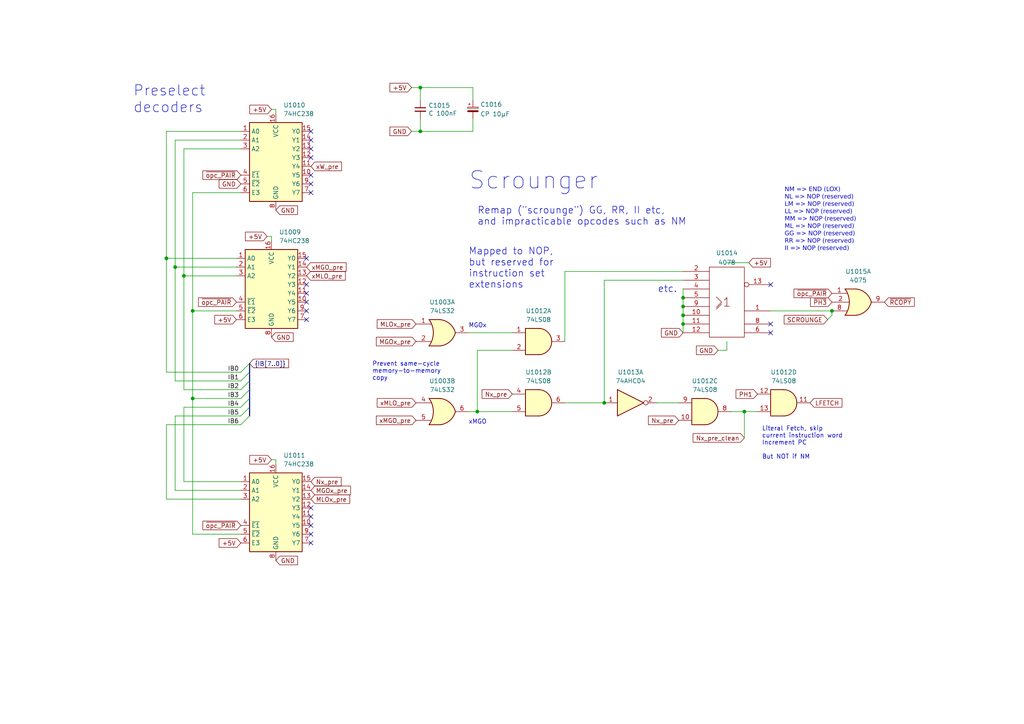
<source format=kicad_sch>
(kicad_sch (version 20231120) (generator "eeschema") (generator_version "8.0")
  (paper "A4")
  (title_block (title "Myth Microcontroller Project") (date "2024-09-21") (rev "1") (company "Picwok.com") (comment 1 "Project Contact: mim@ok-schalter.de (Michael)") (comment 2 "Author: Copyr. 2024 Michael Mangelsdorf/Dosflange@github") (comment 3 "Instruction Decoder Module") (comment 4 "Preselect Logic and Scrounger"))
  (lib_symbols
    (symbol "4xxx:4075" (pin_names (offset 1.016))
      (property "Reference" "U" (at 0 1.27 0))
      (property "Value" "4075" (at 0 -1.27 0))
      (symbol "4075_1_1"
        (arc (start -3.81 -3.81) (mid -2.589 0) (end -3.81 3.81) (stroke (width 0.254)))
        (arc (start -0.6096 -3.81) (mid 2.1842 -2.5851) (end 3.81 0) (stroke (width 0.254)) (fill (type background)))
        (polyline (pts (xy -3.81 -3.81) (xy -0.635 -3.81)) (stroke (width 0.254)) (fill (type background)))
        (polyline (pts (xy -3.81 3.81) (xy -0.635 3.81)) (stroke (width 0.254)) (fill (type background)))
        (polyline (pts (xy -0.635 3.81) (xy -3.81 3.81) (xy -3.81 3.81) (xy -3.556 3.4036) (xy -3.0226 2.2606) (xy -2.6924 1.0414) (xy -2.6162 -0.254) (xy -2.7686 -1.4986) (xy -3.175 -2.7178) (xy -3.81 -3.81) (xy -3.81 -3.81) (xy -0.635 -3.81)) (stroke (width -25.4)) (fill (type background)))
        (arc (start 3.81 0) (mid 2.1915 2.5936) (end -0.6096 3.81) (stroke (width 0.254)) (fill (type background)))
        (pin input line (at -7.62 2.54 0) (length 4.318) (name "~") (number "1"))
        (pin input line (at -7.62 0 0) (length 4.953) (name "~") (number "2"))
        (pin input line (at -7.62 -2.54 0) (length 4.318) (name "~") (number "8"))
        (pin output line (at 7.62 0 180) (length 3.81) (name "~") (number "9"))
      )
      (symbol "4075_1_2"
        (arc (start 0 -3.81) (mid 3.7934 0) (end 0 3.81) (stroke (width 0.254)) (fill (type background)))
        (polyline (pts (xy 0 3.81) (xy -3.81 3.81) (xy -3.81 -3.81) (xy 0 -3.81)) (stroke (width 0.254)) (fill (type background)))
        (pin input inverted (at -7.62 2.54 0) (length 3.81) (name "~") (number "1"))
        (pin input inverted (at -7.62 0 0) (length 3.81) (name "~") (number "2"))
        (pin input inverted (at -7.62 -2.54 0) (length 3.81) (name "~") (number "8"))
        (pin output inverted (at 7.62 0 180) (length 3.81) (name "~") (number "9"))
      )
      (symbol "4075_2_1"
        (arc (start -3.81 -3.81) (mid -2.589 0) (end -3.81 3.81) (stroke (width 0.254)))
        (arc (start -0.6096 -3.81) (mid 2.1842 -2.5851) (end 3.81 0) (stroke (width 0.254)) (fill (type background)))
        (polyline (pts (xy -3.81 -3.81) (xy -0.635 -3.81)) (stroke (width 0.254)) (fill (type background)))
        (polyline (pts (xy -3.81 3.81) (xy -0.635 3.81)) (stroke (width 0.254)) (fill (type background)))
        (polyline (pts (xy -0.635 3.81) (xy -3.81 3.81) (xy -3.81 3.81) (xy -3.556 3.4036) (xy -3.0226 2.2606) (xy -2.6924 1.0414) (xy -2.6162 -0.254) (xy -2.7686 -1.4986) (xy -3.175 -2.7178) (xy -3.81 -3.81) (xy -3.81 -3.81) (xy -0.635 -3.81)) (stroke (width -25.4)) (fill (type background)))
        (arc (start 3.81 0) (mid 2.1915 2.5936) (end -0.6096 3.81) (stroke (width 0.254)) (fill (type background)))
        (pin input line (at -7.62 2.54 0) (length 4.318) (name "~") (number "3"))
        (pin input line (at -7.62 0 0) (length 4.953) (name "~") (number "4"))
        (pin input line (at -7.62 -2.54 0) (length 4.318) (name "~") (number "5"))
        (pin output line (at 7.62 0 180) (length 3.81) (name "~") (number "6"))
      )
      (symbol "4075_2_2"
        (arc (start 0 -3.81) (mid 3.7934 0) (end 0 3.81) (stroke (width 0.254)) (fill (type background)))
        (polyline (pts (xy 0 3.81) (xy -3.81 3.81) (xy -3.81 -3.81) (xy 0 -3.81)) (stroke (width 0.254)) (fill (type background)))
        (pin input inverted (at -7.62 2.54 0) (length 3.81) (name "~") (number "3"))
        (pin input inverted (at -7.62 0 0) (length 3.81) (name "~") (number "4"))
        (pin input inverted (at -7.62 -2.54 0) (length 3.81) (name "~") (number "5"))
        (pin output inverted (at 7.62 0 180) (length 3.81) (name "~") (number "6"))
      )
      (symbol "4075_3_1"
        (arc (start -3.81 -3.81) (mid -2.589 0) (end -3.81 3.81) (stroke (width 0.254)))
        (arc (start -0.6096 -3.81) (mid 2.1842 -2.5851) (end 3.81 0) (stroke (width 0.254)) (fill (type background)))
        (polyline (pts (xy -3.81 -3.81) (xy -0.635 -3.81)) (stroke (width 0.254)) (fill (type background)))
        (polyline (pts (xy -3.81 3.81) (xy -0.635 3.81)) (stroke (width 0.254)) (fill (type background)))
        (polyline (pts (xy -0.635 3.81) (xy -3.81 3.81) (xy -3.81 3.81) (xy -3.556 3.4036) (xy -3.0226 2.2606) (xy -2.6924 1.0414) (xy -2.6162 -0.254) (xy -2.7686 -1.4986) (xy -3.175 -2.7178) (xy -3.81 -3.81) (xy -3.81 -3.81) (xy -0.635 -3.81)) (stroke (width -25.4)) (fill (type background)))
        (arc (start 3.81 0) (mid 2.1915 2.5936) (end -0.6096 3.81) (stroke (width 0.254)) (fill (type background)))
        (pin output line (at 7.62 0 180) (length 3.81) (name "~") (number "10"))
        (pin input line (at -7.62 2.54 0) (length 4.318) (name "~") (number "11"))
        (pin input line (at -7.62 0 0) (length 4.953) (name "~") (number "12"))
        (pin input line (at -7.62 -2.54 0) (length 4.318) (name "~") (number "13"))
      )
      (symbol "4075_3_2"
        (arc (start 0 -3.81) (mid 3.7934 0) (end 0 3.81) (stroke (width 0.254)) (fill (type background)))
        (polyline (pts (xy 0 3.81) (xy -3.81 3.81) (xy -3.81 -3.81) (xy 0 -3.81)) (stroke (width 0.254)) (fill (type background)))
        (pin output inverted (at 7.62 0 180) (length 3.81) (name "~") (number "10"))
        (pin input inverted (at -7.62 2.54 0) (length 3.81) (name "~") (number "11"))
        (pin input inverted (at -7.62 0 0) (length 3.81) (name "~") (number "12"))
        (pin input inverted (at -7.62 -2.54 0) (length 3.81) (name "~") (number "13"))
      )
      (symbol "4075_4_0"
        (pin power_in line (at 0 12.7 270) (length 5.08) (name "VDD") (number "14"))
        (pin power_in line (at 0 -12.7 90) (length 5.08) (name "VSS") (number "7"))
      )
      (symbol "4075_4_1"
        (rectangle (start -5.08 7.62) (end 5.08 -7.62) (stroke (width 0.254)) (fill (type background)))
      )
    )
    (symbol "4xxx_IEEE:4078" (pin_names (offset 0.762))
      (property "Reference" "U" (at 8.89 11.43 0))
      (property "Value" "4078" (at 6.35 -11.43 0))
      (symbol "4078_0_0"
        (rectangle (start -5.08 10.16) (end 5.08 -10.16))
        (polyline (pts (xy -3.048 -2.032) (xy -1.524 -0.508) (xy -1.524 -0.508)))
        (polyline (pts (xy -3.048 1.524) (xy -1.524 0) (xy -3.048 -1.524) (xy -3.048 -1.524)))
        (text "1" (at 0 0 0) (effects (font (size 2.54 2.54))))
        (pin power_in line (at 0 11.43 270) (length 1) hide (name "Vdd") (number "14"))
        (pin power_in line (at 0 -11.43 90) (length 1) hide (name "Vss") (number "7"))
      )
      (symbol "4078_1_1"
        (pin output line (at 12.7 -2.54 180) (length 7.62) (name "~") (number "1"))
        (pin input line (at -12.7 -3.81 0) (length 7.62) (name "~") (number "10"))
        (pin input line (at -12.7 -6.35 0) (length 7.62) (name "~") (number "11"))
        (pin input line (at -12.7 -8.89 0) (length 7.62) (name "~") (number "12"))
        (pin output inverted (at 12.7 5.08 180) (length 7.62) (name "~") (number "13"))
        (pin input line (at -12.7 8.89 0) (length 7.62) (name "~") (number "2"))
        (pin input line (at -12.7 6.35 0) (length 7.62) (name "~") (number "3"))
        (pin input line (at -12.7 3.81 0) (length 7.62) (name "~") (number "4"))
        (pin input line (at -12.7 1.27 0) (length 7.62) (name "~") (number "5"))
        (pin free line (at 12.7 -8.89 180) (length 7.62) (name "~") (number "6"))
        (pin free line (at 12.7 -6.35 180) (length 7.62) (name "~") (number "8"))
        (pin input line (at -12.7 -1.27 0) (length 7.62) (name "~") (number "9"))
      )
    )
    (symbol "74xx:74AHC04"
      (property "Reference" "U" (at 0 1.27 0))
      (property "Value" "74AHC04" (at 0 -1.27 0))
      (symbol "74AHC04_1_0"
        (polyline (pts (xy -3.81 3.81) (xy -3.81 -3.81) (xy 3.81 0) (xy -3.81 3.81)) (stroke (width 0.254)) (fill (type background)))
        (pin input line (at -7.62 0 0) (length 3.81) (name "~") (number "1"))
        (pin output inverted (at 7.62 0 180) (length 3.81) (name "~") (number "2"))
      )
      (symbol "74AHC04_2_0"
        (polyline (pts (xy -3.81 3.81) (xy -3.81 -3.81) (xy 3.81 0) (xy -3.81 3.81)) (stroke (width 0.254)) (fill (type background)))
        (pin input line (at -7.62 0 0) (length 3.81) (name "~") (number "3"))
        (pin output inverted (at 7.62 0 180) (length 3.81) (name "~") (number "4"))
      )
      (symbol "74AHC04_3_0"
        (polyline (pts (xy -3.81 3.81) (xy -3.81 -3.81) (xy 3.81 0) (xy -3.81 3.81)) (stroke (width 0.254)) (fill (type background)))
        (pin input line (at -7.62 0 0) (length 3.81) (name "~") (number "5"))
        (pin output inverted (at 7.62 0 180) (length 3.81) (name "~") (number "6"))
      )
      (symbol "74AHC04_4_0"
        (polyline (pts (xy -3.81 3.81) (xy -3.81 -3.81) (xy 3.81 0) (xy -3.81 3.81)) (stroke (width 0.254)) (fill (type background)))
        (pin output inverted (at 7.62 0 180) (length 3.81) (name "~") (number "8"))
        (pin input line (at -7.62 0 0) (length 3.81) (name "~") (number "9"))
      )
      (symbol "74AHC04_5_0"
        (polyline (pts (xy -3.81 3.81) (xy -3.81 -3.81) (xy 3.81 0) (xy -3.81 3.81)) (stroke (width 0.254)) (fill (type background)))
        (pin output inverted (at 7.62 0 180) (length 3.81) (name "~") (number "10"))
        (pin input line (at -7.62 0 0) (length 3.81) (name "~") (number "11"))
      )
      (symbol "74AHC04_6_0"
        (polyline (pts (xy -3.81 3.81) (xy -3.81 -3.81) (xy 3.81 0) (xy -3.81 3.81)) (stroke (width 0.254)) (fill (type background)))
        (pin output inverted (at 7.62 0 180) (length 3.81) (name "~") (number "12"))
        (pin input line (at -7.62 0 0) (length 3.81) (name "~") (number "13"))
      )
      (symbol "74AHC04_7_0"
        (pin power_in line (at 0 12.7 270) (length 5.08) (name "VCC") (number "14"))
        (pin power_in line (at 0 -12.7 90) (length 5.08) (name "GND") (number "7"))
      )
      (symbol "74AHC04_7_1"
        (rectangle (start -5.08 7.62) (end 5.08 -7.62) (stroke (width 0.254)) (fill (type background)))
      )
    )
    (symbol "74xx:74HC238"
      (property "Reference" "U" (at -7.62 13.97 0))
      (property "Value" "74HC238" (at 2.54 -11.43 0))
      (symbol "74HC238_0_1"
        (rectangle (start -7.62 12.7) (end 7.62 -10.16) (stroke (width 0.254)) (fill (type background)))
      )
      (symbol "74HC238_1_1"
        (pin input line (at -10.16 10.16 0) (length 2.54) (name "A0") (number "1"))
        (pin output line (at 10.16 -2.54 180) (length 2.54) (name "Y5") (number "10"))
        (pin output line (at 10.16 0 180) (length 2.54) (name "Y4") (number "11"))
        (pin output line (at 10.16 2.54 180) (length 2.54) (name "Y3") (number "12"))
        (pin output line (at 10.16 5.08 180) (length 2.54) (name "Y2") (number "13"))
        (pin output line (at 10.16 7.62 180) (length 2.54) (name "Y1") (number "14"))
        (pin output line (at 10.16 10.16 180) (length 2.54) (name "Y0") (number "15"))
        (pin power_in line (at 0 15.24 270) (length 2.54) (name "VCC") (number "16"))
        (pin input line (at -10.16 7.62 0) (length 2.54) (name "A1") (number "2"))
        (pin input line (at -10.16 5.08 0) (length 2.54) (name "A2") (number "3"))
        (pin input line (at -10.16 -2.54 0) (length 2.54) (name "~{E1}") (number "4"))
        (pin input line (at -10.16 -5.08 0) (length 2.54) (name "~{E2}") (number "5"))
        (pin input line (at -10.16 -7.62 0) (length 2.54) (name "E3") (number "6"))
        (pin output line (at 10.16 -7.62 180) (length 2.54) (name "Y7") (number "7"))
        (pin power_in line (at 0 -12.7 90) (length 2.54) (name "GND") (number "8"))
        (pin output line (at 10.16 -5.08 180) (length 2.54) (name "Y6") (number "9"))
      )
    )
    (symbol "74xx:74LS08" (pin_names (offset 1.016))
      (property "Reference" "U" (at 0 1.27 0))
      (property "Value" "74LS08" (at 0 -1.27 0))
      (symbol "74LS08_1_1"
        (arc (start 0 -3.81) (mid 3.7934 0) (end 0 3.81) (stroke (width 0.254)) (fill (type background)))
        (polyline (pts (xy 0 3.81) (xy -3.81 3.81) (xy -3.81 -3.81) (xy 0 -3.81)) (stroke (width 0.254)) (fill (type background)))
        (pin input line (at -7.62 2.54 0) (length 3.81) (name "~") (number "1"))
        (pin input line (at -7.62 -2.54 0) (length 3.81) (name "~") (number "2"))
        (pin output line (at 7.62 0 180) (length 3.81) (name "~") (number "3"))
      )
      (symbol "74LS08_1_2"
        (arc (start -3.81 -3.81) (mid -2.589 0) (end -3.81 3.81) (stroke (width 0.254)))
        (arc (start -0.6096 -3.81) (mid 2.1855 -2.584) (end 3.81 0) (stroke (width 0.254)) (fill (type background)))
        (polyline (pts (xy -3.81 -3.81) (xy -0.635 -3.81)) (stroke (width 0.254)) (fill (type background)))
        (polyline (pts (xy -3.81 3.81) (xy -0.635 3.81)) (stroke (width 0.254)) (fill (type background)))
        (polyline (pts (xy -0.635 3.81) (xy -3.81 3.81) (xy -3.81 3.81) (xy -3.556 3.4036) (xy -3.0226 2.2606) (xy -2.6924 1.0414) (xy -2.6162 -0.254) (xy -2.7686 -1.4986) (xy -3.175 -2.7178) (xy -3.81 -3.81) (xy -3.81 -3.81) (xy -0.635 -3.81)) (stroke (width -25.4)) (fill (type background)))
        (arc (start 3.81 0) (mid 2.1928 2.5925) (end -0.6096 3.81) (stroke (width 0.254)) (fill (type background)))
        (pin input inverted (at -7.62 2.54 0) (length 4.318) (name "~") (number "1"))
        (pin input inverted (at -7.62 -2.54 0) (length 4.318) (name "~") (number "2"))
        (pin output inverted (at 7.62 0 180) (length 3.81) (name "~") (number "3"))
      )
      (symbol "74LS08_2_1"
        (arc (start 0 -3.81) (mid 3.7934 0) (end 0 3.81) (stroke (width 0.254)) (fill (type background)))
        (polyline (pts (xy 0 3.81) (xy -3.81 3.81) (xy -3.81 -3.81) (xy 0 -3.81)) (stroke (width 0.254)) (fill (type background)))
        (pin input line (at -7.62 2.54 0) (length 3.81) (name "~") (number "4"))
        (pin input line (at -7.62 -2.54 0) (length 3.81) (name "~") (number "5"))
        (pin output line (at 7.62 0 180) (length 3.81) (name "~") (number "6"))
      )
      (symbol "74LS08_2_2"
        (arc (start -3.81 -3.81) (mid -2.589 0) (end -3.81 3.81) (stroke (width 0.254)))
        (arc (start -0.6096 -3.81) (mid 2.1855 -2.584) (end 3.81 0) (stroke (width 0.254)) (fill (type background)))
        (polyline (pts (xy -3.81 -3.81) (xy -0.635 -3.81)) (stroke (width 0.254)) (fill (type background)))
        (polyline (pts (xy -3.81 3.81) (xy -0.635 3.81)) (stroke (width 0.254)) (fill (type background)))
        (polyline (pts (xy -0.635 3.81) (xy -3.81 3.81) (xy -3.81 3.81) (xy -3.556 3.4036) (xy -3.0226 2.2606) (xy -2.6924 1.0414) (xy -2.6162 -0.254) (xy -2.7686 -1.4986) (xy -3.175 -2.7178) (xy -3.81 -3.81) (xy -3.81 -3.81) (xy -0.635 -3.81)) (stroke (width -25.4)) (fill (type background)))
        (arc (start 3.81 0) (mid 2.1928 2.5925) (end -0.6096 3.81) (stroke (width 0.254)) (fill (type background)))
        (pin input inverted (at -7.62 2.54 0) (length 4.318) (name "~") (number "4"))
        (pin input inverted (at -7.62 -2.54 0) (length 4.318) (name "~") (number "5"))
        (pin output inverted (at 7.62 0 180) (length 3.81) (name "~") (number "6"))
      )
      (symbol "74LS08_3_1"
        (arc (start 0 -3.81) (mid 3.7934 0) (end 0 3.81) (stroke (width 0.254)) (fill (type background)))
        (polyline (pts (xy 0 3.81) (xy -3.81 3.81) (xy -3.81 -3.81) (xy 0 -3.81)) (stroke (width 0.254)) (fill (type background)))
        (pin input line (at -7.62 -2.54 0) (length 3.81) (name "~") (number "10"))
        (pin output line (at 7.62 0 180) (length 3.81) (name "~") (number "8"))
        (pin input line (at -7.62 2.54 0) (length 3.81) (name "~") (number "9"))
      )
      (symbol "74LS08_3_2"
        (arc (start -3.81 -3.81) (mid -2.589 0) (end -3.81 3.81) (stroke (width 0.254)))
        (arc (start -0.6096 -3.81) (mid 2.1855 -2.584) (end 3.81 0) (stroke (width 0.254)) (fill (type background)))
        (polyline (pts (xy -3.81 -3.81) (xy -0.635 -3.81)) (stroke (width 0.254)) (fill (type background)))
        (polyline (pts (xy -3.81 3.81) (xy -0.635 3.81)) (stroke (width 0.254)) (fill (type background)))
        (polyline (pts (xy -0.635 3.81) (xy -3.81 3.81) (xy -3.81 3.81) (xy -3.556 3.4036) (xy -3.0226 2.2606) (xy -2.6924 1.0414) (xy -2.6162 -0.254) (xy -2.7686 -1.4986) (xy -3.175 -2.7178) (xy -3.81 -3.81) (xy -3.81 -3.81) (xy -0.635 -3.81)) (stroke (width -25.4)) (fill (type background)))
        (arc (start 3.81 0) (mid 2.1928 2.5925) (end -0.6096 3.81) (stroke (width 0.254)) (fill (type background)))
        (pin input inverted (at -7.62 -2.54 0) (length 4.318) (name "~") (number "10"))
        (pin output inverted (at 7.62 0 180) (length 3.81) (name "~") (number "8"))
        (pin input inverted (at -7.62 2.54 0) (length 4.318) (name "~") (number "9"))
      )
      (symbol "74LS08_4_1"
        (arc (start 0 -3.81) (mid 3.7934 0) (end 0 3.81) (stroke (width 0.254)) (fill (type background)))
        (polyline (pts (xy 0 3.81) (xy -3.81 3.81) (xy -3.81 -3.81) (xy 0 -3.81)) (stroke (width 0.254)) (fill (type background)))
        (pin output line (at 7.62 0 180) (length 3.81) (name "~") (number "11"))
        (pin input line (at -7.62 2.54 0) (length 3.81) (name "~") (number "12"))
        (pin input line (at -7.62 -2.54 0) (length 3.81) (name "~") (number "13"))
      )
      (symbol "74LS08_4_2"
        (arc (start -3.81 -3.81) (mid -2.589 0) (end -3.81 3.81) (stroke (width 0.254)))
        (arc (start -0.6096 -3.81) (mid 2.1855 -2.584) (end 3.81 0) (stroke (width 0.254)) (fill (type background)))
        (polyline (pts (xy -3.81 -3.81) (xy -0.635 -3.81)) (stroke (width 0.254)) (fill (type background)))
        (polyline (pts (xy -3.81 3.81) (xy -0.635 3.81)) (stroke (width 0.254)) (fill (type background)))
        (polyline (pts (xy -0.635 3.81) (xy -3.81 3.81) (xy -3.81 3.81) (xy -3.556 3.4036) (xy -3.0226 2.2606) (xy -2.6924 1.0414) (xy -2.6162 -0.254) (xy -2.7686 -1.4986) (xy -3.175 -2.7178) (xy -3.81 -3.81) (xy -3.81 -3.81) (xy -0.635 -3.81)) (stroke (width -25.4)) (fill (type background)))
        (arc (start 3.81 0) (mid 2.1928 2.5925) (end -0.6096 3.81) (stroke (width 0.254)) (fill (type background)))
        (pin output inverted (at 7.62 0 180) (length 3.81) (name "~") (number "11"))
        (pin input inverted (at -7.62 2.54 0) (length 4.318) (name "~") (number "12"))
        (pin input inverted (at -7.62 -2.54 0) (length 4.318) (name "~") (number "13"))
      )
      (symbol "74LS08_5_0"
        (pin power_in line (at 0 12.7 270) (length 5.08) (name "VCC") (number "14"))
        (pin power_in line (at 0 -12.7 90) (length 5.08) (name "GND") (number "7"))
      )
      (symbol "74LS08_5_1"
        (rectangle (start -5.08 7.62) (end 5.08 -7.62) (stroke (width 0.254)) (fill (type background)))
      )
    )
    (symbol "74xx:74LS32" (pin_names (offset 1.016))
      (property "Reference" "U" (at 0 1.27 0))
      (property "Value" "74LS32" (at 0 -1.27 0))
      (symbol "74LS32_1_1"
        (arc (start -3.81 -3.81) (mid -2.589 0) (end -3.81 3.81) (stroke (width 0.254)))
        (arc (start -0.6096 -3.81) (mid 2.1855 -2.584) (end 3.81 0) (stroke (width 0.254)) (fill (type background)))
        (polyline (pts (xy -3.81 -3.81) (xy -0.635 -3.81)) (stroke (width 0.254)) (fill (type background)))
        (polyline (pts (xy -3.81 3.81) (xy -0.635 3.81)) (stroke (width 0.254)) (fill (type background)))
        (polyline (pts (xy -0.635 3.81) (xy -3.81 3.81) (xy -3.81 3.81) (xy -3.556 3.4036) (xy -3.0226 2.2606) (xy -2.6924 1.0414) (xy -2.6162 -0.254) (xy -2.7686 -1.4986) (xy -3.175 -2.7178) (xy -3.81 -3.81) (xy -3.81 -3.81) (xy -0.635 -3.81)) (stroke (width -25.4)) (fill (type background)))
        (arc (start 3.81 0) (mid 2.1928 2.5925) (end -0.6096 3.81) (stroke (width 0.254)) (fill (type background)))
        (pin input line (at -7.62 2.54 0) (length 4.318) (name "~") (number "1"))
        (pin input line (at -7.62 -2.54 0) (length 4.318) (name "~") (number "2"))
        (pin output line (at 7.62 0 180) (length 3.81) (name "~") (number "3"))
      )
      (symbol "74LS32_1_2"
        (arc (start 0 -3.81) (mid 3.7934 0) (end 0 3.81) (stroke (width 0.254)) (fill (type background)))
        (polyline (pts (xy 0 3.81) (xy -3.81 3.81) (xy -3.81 -3.81) (xy 0 -3.81)) (stroke (width 0.254)) (fill (type background)))
        (pin input inverted (at -7.62 2.54 0) (length 3.81) (name "~") (number "1"))
        (pin input inverted (at -7.62 -2.54 0) (length 3.81) (name "~") (number "2"))
        (pin output inverted (at 7.62 0 180) (length 3.81) (name "~") (number "3"))
      )
      (symbol "74LS32_2_1"
        (arc (start -3.81 -3.81) (mid -2.589 0) (end -3.81 3.81) (stroke (width 0.254)))
        (arc (start -0.6096 -3.81) (mid 2.1855 -2.584) (end 3.81 0) (stroke (width 0.254)) (fill (type background)))
        (polyline (pts (xy -3.81 -3.81) (xy -0.635 -3.81)) (stroke (width 0.254)) (fill (type background)))
        (polyline (pts (xy -3.81 3.81) (xy -0.635 3.81)) (stroke (width 0.254)) (fill (type background)))
        (polyline (pts (xy -0.635 3.81) (xy -3.81 3.81) (xy -3.81 3.81) (xy -3.556 3.4036) (xy -3.0226 2.2606) (xy -2.6924 1.0414) (xy -2.6162 -0.254) (xy -2.7686 -1.4986) (xy -3.175 -2.7178) (xy -3.81 -3.81) (xy -3.81 -3.81) (xy -0.635 -3.81)) (stroke (width -25.4)) (fill (type background)))
        (arc (start 3.81 0) (mid 2.1928 2.5925) (end -0.6096 3.81) (stroke (width 0.254)) (fill (type background)))
        (pin input line (at -7.62 2.54 0) (length 4.318) (name "~") (number "4"))
        (pin input line (at -7.62 -2.54 0) (length 4.318) (name "~") (number "5"))
        (pin output line (at 7.62 0 180) (length 3.81) (name "~") (number "6"))
      )
      (symbol "74LS32_2_2"
        (arc (start 0 -3.81) (mid 3.7934 0) (end 0 3.81) (stroke (width 0.254)) (fill (type background)))
        (polyline (pts (xy 0 3.81) (xy -3.81 3.81) (xy -3.81 -3.81) (xy 0 -3.81)) (stroke (width 0.254)) (fill (type background)))
        (pin input inverted (at -7.62 2.54 0) (length 3.81) (name "~") (number "4"))
        (pin input inverted (at -7.62 -2.54 0) (length 3.81) (name "~") (number "5"))
        (pin output inverted (at 7.62 0 180) (length 3.81) (name "~") (number "6"))
      )
      (symbol "74LS32_3_1"
        (arc (start -3.81 -3.81) (mid -2.589 0) (end -3.81 3.81) (stroke (width 0.254)))
        (arc (start -0.6096 -3.81) (mid 2.1855 -2.584) (end 3.81 0) (stroke (width 0.254)) (fill (type background)))
        (polyline (pts (xy -3.81 -3.81) (xy -0.635 -3.81)) (stroke (width 0.254)) (fill (type background)))
        (polyline (pts (xy -3.81 3.81) (xy -0.635 3.81)) (stroke (width 0.254)) (fill (type background)))
        (polyline (pts (xy -0.635 3.81) (xy -3.81 3.81) (xy -3.81 3.81) (xy -3.556 3.4036) (xy -3.0226 2.2606) (xy -2.6924 1.0414) (xy -2.6162 -0.254) (xy -2.7686 -1.4986) (xy -3.175 -2.7178) (xy -3.81 -3.81) (xy -3.81 -3.81) (xy -0.635 -3.81)) (stroke (width -25.4)) (fill (type background)))
        (arc (start 3.81 0) (mid 2.1928 2.5925) (end -0.6096 3.81) (stroke (width 0.254)) (fill (type background)))
        (pin input line (at -7.62 -2.54 0) (length 4.318) (name "~") (number "10"))
        (pin output line (at 7.62 0 180) (length 3.81) (name "~") (number "8"))
        (pin input line (at -7.62 2.54 0) (length 4.318) (name "~") (number "9"))
      )
      (symbol "74LS32_3_2"
        (arc (start 0 -3.81) (mid 3.7934 0) (end 0 3.81) (stroke (width 0.254)) (fill (type background)))
        (polyline (pts (xy 0 3.81) (xy -3.81 3.81) (xy -3.81 -3.81) (xy 0 -3.81)) (stroke (width 0.254)) (fill (type background)))
        (pin input inverted (at -7.62 -2.54 0) (length 3.81) (name "~") (number "10"))
        (pin output inverted (at 7.62 0 180) (length 3.81) (name "~") (number "8"))
        (pin input inverted (at -7.62 2.54 0) (length 3.81) (name "~") (number "9"))
      )
      (symbol "74LS32_4_1"
        (arc (start -3.81 -3.81) (mid -2.589 0) (end -3.81 3.81) (stroke (width 0.254)))
        (arc (start -0.6096 -3.81) (mid 2.1855 -2.584) (end 3.81 0) (stroke (width 0.254)) (fill (type background)))
        (polyline (pts (xy -3.81 -3.81) (xy -0.635 -3.81)) (stroke (width 0.254)) (fill (type background)))
        (polyline (pts (xy -3.81 3.81) (xy -0.635 3.81)) (stroke (width 0.254)) (fill (type background)))
        (polyline (pts (xy -0.635 3.81) (xy -3.81 3.81) (xy -3.81 3.81) (xy -3.556 3.4036) (xy -3.0226 2.2606) (xy -2.6924 1.0414) (xy -2.6162 -0.254) (xy -2.7686 -1.4986) (xy -3.175 -2.7178) (xy -3.81 -3.81) (xy -3.81 -3.81) (xy -0.635 -3.81)) (stroke (width -25.4)) (fill (type background)))
        (arc (start 3.81 0) (mid 2.1928 2.5925) (end -0.6096 3.81) (stroke (width 0.254)) (fill (type background)))
        (pin output line (at 7.62 0 180) (length 3.81) (name "~") (number "11"))
        (pin input line (at -7.62 2.54 0) (length 4.318) (name "~") (number "12"))
        (pin input line (at -7.62 -2.54 0) (length 4.318) (name "~") (number "13"))
      )
      (symbol "74LS32_4_2"
        (arc (start 0 -3.81) (mid 3.7934 0) (end 0 3.81) (stroke (width 0.254)) (fill (type background)))
        (polyline (pts (xy 0 3.81) (xy -3.81 3.81) (xy -3.81 -3.81) (xy 0 -3.81)) (stroke (width 0.254)) (fill (type background)))
        (pin output inverted (at 7.62 0 180) (length 3.81) (name "~") (number "11"))
        (pin input inverted (at -7.62 2.54 0) (length 3.81) (name "~") (number "12"))
        (pin input inverted (at -7.62 -2.54 0) (length 3.81) (name "~") (number "13"))
      )
      (symbol "74LS32_5_0"
        (pin power_in line (at 0 12.7 270) (length 5.08) (name "VCC") (number "14"))
        (pin power_in line (at 0 -12.7 90) (length 5.08) (name "GND") (number "7"))
      )
      (symbol "74LS32_5_1"
        (rectangle (start -5.08 7.62) (end 5.08 -7.62) (stroke (width 0.254)) (fill (type background)))
      )
    )
    (symbol "Device:C_Polarized_Small" (pin_numbers hide) (pin_names (offset 0.254) hide)
      (property "Reference" "C" (at 0.254 1.778 0))
      (property "Value" "C_Polarized_Small" (at 0.254 -2.032 0))
      (symbol "C_Polarized_Small_0_1"
        (rectangle (start -1.524 -0.3048) (end 1.524 -0.6858) (fill (type outline)))
        (rectangle (start -1.524 0.6858) (end 1.524 0.3048))
        (polyline (pts (xy -1.27 1.524) (xy -0.762 1.524)))
        (polyline (pts (xy -1.016 1.27) (xy -1.016 1.778)))
      )
      (symbol "C_Polarized_Small_1_1"
        (pin passive line (at 0 2.54 270) (length 1.8542) (name "~") (number "1"))
        (pin passive line (at 0 -2.54 90) (length 1.8542) (name "~") (number "2"))
      )
    )
    (symbol "Device:C_Small" (pin_numbers hide) (pin_names (offset 0.254) hide)
      (property "Reference" "C" (at 0.254 1.778 0))
      (property "Value" "C_Small" (at 0.254 -2.032 0))
      (symbol "C_Small_0_1"
        (polyline (pts (xy -1.524 -0.508) (xy 1.524 -0.508)) (stroke (width 0.3302)))
        (polyline (pts (xy -1.524 0.508) (xy 1.524 0.508)) (stroke (width 0.3048)))
      )
      (symbol "C_Small_1_1"
        (pin passive line (at 0 2.54 270) (length 2.032) (name "~") (number "1"))
        (pin passive line (at 0 -2.54 90) (length 2.032) (name "~") (number "2"))
      )
    )
  )
  (junction (at 198.12 86.36))
  (junction (at 198.12 91.44))
  (junction (at 241.3 90.17))
  (junction (at 55.88 90.17))
  (junction (at 138.43 119.38))
  (junction (at 198.12 88.9))
  (junction (at 215.9 119.38))
  (junction (at 121.92 38.1))
  (junction (at 175.26 116.84))
  (junction (at 121.92 25.4))
  (junction (at 55.88 115.57))
  (junction (at 198.12 93.98))
  (junction (at 53.34 80.01))
  (junction (at 50.8 77.47))
  (junction (at 48.26 74.93))
  (no_connect (at 223.52 96.52))
  (no_connect (at 90.17 154.94))
  (no_connect (at 90.17 55.88))
  (no_connect (at 90.17 40.64))
  (no_connect (at 88.9 85.09))
  (no_connect (at 223.52 93.98))
  (no_connect (at 90.17 157.48))
  (no_connect (at 90.17 53.34))
  (no_connect (at 90.17 38.1))
  (no_connect (at 90.17 147.32))
  (no_connect (at 223.52 82.55))
  (no_connect (at 88.9 92.71))
  (no_connect (at 88.9 74.93))
  (no_connect (at 90.17 43.18))
  (no_connect (at 90.17 45.72))
  (no_connect (at 90.17 50.8))
  (no_connect (at 88.9 87.63))
  (no_connect (at 88.9 90.17))
  (no_connect (at 90.17 152.4))
  (no_connect (at 90.17 149.86))
  (no_connect (at 88.9 82.55))
  (bus_entry (at 69.85 118.11) (size 2.54 -2.54))
  (bus_entry (at 69.85 110.49) (size 2.54 -2.54))
  (bus_entry (at 69.85 107.95) (size 2.54 -2.54))
  (bus_entry (at 69.85 123.19) (size 2.54 -2.54))
  (bus_entry (at 69.85 120.65) (size 2.54 -2.54))
  (bus_entry (at 69.85 115.57) (size 2.54 -2.54))
  (bus_entry (at 69.85 113.03) (size 2.54 -2.54))
  (wire (pts (xy 55.88 55.88) (xy 69.85 55.88)))
  (wire (pts (xy 198.12 91.44) (xy 198.12 93.98)))
  (wire (pts (xy 55.88 115.57) (xy 69.85 115.57)))
  (wire (pts (xy 48.26 38.1) (xy 48.26 74.93)))
  (wire (pts (xy 215.9 119.38) (xy 215.9 127)))
  (wire (pts (xy 137.16 34.29) (xy 137.16 38.1)))
  (wire (pts (xy 240.03 92.71) (xy 241.3 91.44)))
  (wire (pts (xy 48.26 107.95) (xy 69.85 107.95)))
  (wire (pts (xy 80.01 31.75) (xy 80.01 33.02)))
  (bus (pts (xy 72.39 115.57) (xy 72.39 118.11)))
  (wire (pts (xy 223.52 90.17) (xy 241.3 90.17)))
  (wire (pts (xy 138.43 101.6) (xy 148.59 101.6)))
  (wire (pts (xy 78.74 31.75) (xy 80.01 31.75)))
  (bus (pts (xy 72.39 113.03) (xy 72.39 115.57)))
  (wire (pts (xy 53.34 43.18) (xy 69.85 43.18)))
  (wire (pts (xy 55.88 90.17) (xy 68.58 90.17)))
  (wire (pts (xy 53.34 113.03) (xy 69.85 113.03)))
  (wire (pts (xy 50.8 120.65) (xy 69.85 120.65)))
  (wire (pts (xy 163.83 99.06) (xy 163.83 78.74)))
  (wire (pts (xy 175.26 81.28) (xy 198.12 81.28)))
  (bus (pts (xy 72.39 107.95) (xy 72.39 110.49)))
  (wire (pts (xy 198.12 86.36) (xy 198.12 88.9)))
  (wire (pts (xy 121.92 38.1) (xy 137.16 38.1)))
  (wire (pts (xy 119.38 38.1) (xy 121.92 38.1)))
  (wire (pts (xy 48.26 123.19) (xy 69.85 123.19)))
  (wire (pts (xy 163.83 116.84) (xy 175.26 116.84)))
  (wire (pts (xy 138.43 119.38) (xy 138.43 101.6)))
  (wire (pts (xy 215.9 119.38) (xy 219.71 119.38)))
  (wire (pts (xy 77.47 68.58) (xy 78.74 68.58)))
  (wire (pts (xy 119.38 25.4) (xy 121.92 25.4)))
  (wire (pts (xy 55.88 154.94) (xy 69.85 154.94)))
  (wire (pts (xy 50.8 77.47) (xy 50.8 110.49)))
  (wire (pts (xy 198.12 93.98) (xy 198.12 96.52)))
  (wire (pts (xy 48.26 123.19) (xy 48.26 144.78)))
  (bus (pts (xy 72.39 110.49) (xy 72.39 113.03)))
  (wire (pts (xy 48.26 38.1) (xy 69.85 38.1)))
  (wire (pts (xy 55.88 115.57) (xy 55.88 154.94)))
  (wire (pts (xy 50.8 40.64) (xy 50.8 77.47)))
  (wire (pts (xy 212.09 119.38) (xy 215.9 119.38)))
  (wire (pts (xy 241.3 90.17) (xy 241.3 91.44)))
  (wire (pts (xy 48.26 144.78) (xy 69.85 144.78)))
  (wire (pts (xy 53.34 139.7) (xy 69.85 139.7)))
  (wire (pts (xy 53.34 80.01) (xy 68.58 80.01)))
  (bus (pts (xy 72.39 105.41) (xy 72.39 107.95)))
  (bus (pts (xy 72.39 118.11) (xy 72.39 120.65)))
  (wire (pts (xy 50.8 120.65) (xy 50.8 142.24)))
  (wire (pts (xy 50.8 77.47) (xy 68.58 77.47)))
  (wire (pts (xy 198.12 83.82) (xy 198.12 86.36)))
  (wire (pts (xy 48.26 74.93) (xy 68.58 74.93)))
  (wire (pts (xy 135.89 96.52) (xy 148.59 96.52)))
  (wire (pts (xy 135.89 119.38) (xy 138.43 119.38)))
  (wire (pts (xy 137.16 29.21) (xy 137.16 25.4)))
  (wire (pts (xy 175.26 116.84) (xy 175.26 81.28)))
  (wire (pts (xy 78.74 133.35) (xy 80.01 133.35)))
  (wire (pts (xy 138.43 119.38) (xy 148.59 119.38)))
  (wire (pts (xy 190.5 116.84) (xy 196.85 116.84)))
  (wire (pts (xy 121.92 34.29) (xy 121.92 38.1)))
  (wire (pts (xy 210.82 76.2) (xy 217.17 76.2)))
  (wire (pts (xy 198.12 88.9) (xy 198.12 91.44)))
  (wire (pts (xy 80.01 133.35) (xy 80.01 134.62)))
  (wire (pts (xy 50.8 142.24) (xy 69.85 142.24)))
  (wire (pts (xy 163.83 78.74) (xy 198.12 78.74)))
  (wire (pts (xy 55.88 55.88) (xy 55.88 90.17)))
  (wire (pts (xy 121.92 25.4) (xy 137.16 25.4)))
  (wire (pts (xy 210.82 99.06) (xy 210.82 101.6)))
  (wire (pts (xy 48.26 74.93) (xy 48.26 107.95)))
  (wire (pts (xy 50.8 40.64) (xy 69.85 40.64)))
  (wire (pts (xy 55.88 90.17) (xy 55.88 115.57)))
  (wire (pts (xy 78.74 68.58) (xy 78.74 69.85)))
  (wire (pts (xy 53.34 118.11) (xy 53.34 139.7)))
  (wire (pts (xy 53.34 80.01) (xy 53.34 113.03)))
  (wire (pts (xy 121.92 29.21) (xy 121.92 25.4)))
  (wire (pts (xy 53.34 118.11) (xy 69.85 118.11)))
  (wire (pts (xy 50.8 110.49) (xy 69.85 110.49)))
  (wire (pts (xy 208.28 101.6) (xy 210.82 101.6)))
  (wire (pts (xy 53.34 43.18) (xy 53.34 80.01)))
  (text "etc." (at 190.754 85.09 0) (effects (font (size 2 2)) (justify left bottom)))
  (text "Remap (\"scrounge\") GG, RR, II etc,\nand impracticable opcodes such as NM" (at 138.43 65.532 0) (effects (font (size 2 2)) (justify left bottom)))
  (text "Mapped to NOP,\nbut reserved for\ninstruction set\nextensions" (at 135.89 83.82 0) (effects (font (size 2 2)) (justify left bottom)))
  (text "Preselect\ndecoders" (at 38.608 33.02 0) (effects (font (size 3 3)) (justify left bottom)))
  (text "Literal Fetch, skip\ncurrent instruction word\nIncrement PC\n\nBut NOT if NM" (at 220.98 133.35 0) (effects (font (size 1.27 1.27)) (justify left bottom)))
  (text "Prevent same-cycle\nmemory-to-memory\ncopy" (at 107.95 110.49 0) (effects (font (size 1.27 1.27)) (justify left bottom)))
  (text "MGOx" (at 135.89 95.25 0) (effects (font (size 1.27 1.27)) (justify left bottom)))
  (text "Scrounger" (at 135.89 55.372 0) (effects (font (size 5 5)) (justify left bottom)))
  (text "xMGO" (at 135.89 123.19 0) (effects (font (size 1.27 1.27)) (justify left bottom)))
  (text "NM => END (LOX)\nNL => NOP (reserved)\nLM => NOP (reserved)\nLL => NOP (reserved)\nMM => NOP (reserved)\nML => NOP (reserved)\nGG => NOP (reserved)\nRR => NOP (reserved)\nII => NOP (reserved)" (at 227.584 64.008 0) (effects (font (size 1.27 1.27)) (justify left)))
  (label "IB5" (at 66.04 120.65 0))
  (label "IB6" (at 66.04 123.19 0))
  (label "IB4" (at 66.04 118.11 0))
  (label "IB2" (at 66.04 113.03 0))
  (label "IB3" (at 66.04 115.57 0))
  (label "IB0" (at 66.04 107.95 0))
  (label "IB1" (at 66.04 110.49 0))
  (global_label "GND" (shape input) (at 80.01 60.96 0) (property "Intersheetrefs" "${INTERSHEET_REFS}" (effects (hide yes))))
  (global_label "LFETCH" (shape input) (at 234.95 116.84 0) (property "Intersheetrefs" "${INTERSHEET_REFS}" (effects (hide yes))))
  (global_label "MGOx_pre" (shape input) (at 90.17 142.24 0) (property "Intersheetrefs" "${INTERSHEET_REFS}" (effects (hide yes))))
  (global_label "Nx_pre" (shape input) (at 196.85 121.92 180) (property "Intersheetrefs" "${INTERSHEET_REFS}" (effects (hide yes))))
  (global_label "MGOx_pre" (shape input) (at 120.65 99.06 180) (property "Intersheetrefs" "${INTERSHEET_REFS}" (effects (hide yes))))
  (global_label "GND" (shape input) (at 119.38 38.1 180) (property "Intersheetrefs" "${INTERSHEET_REFS}" (effects (hide yes))))
  (global_label "+5V" (shape input) (at 119.38 25.4 180) (property "Intersheetrefs" "${INTERSHEET_REFS}" (effects (hide yes))))
  (global_label "~{opc_PAIR}" (shape input) (at 69.85 50.8 180) (property "Intersheetrefs" "${INTERSHEET_REFS}" (effects (hide yes))))
  (global_label "+5V" (shape input) (at 78.74 133.35 180) (property "Intersheetrefs" "${INTERSHEET_REFS}" (effects (hide yes))))
  (global_label "SCROUNGE" (shape input) (at 240.03 92.71 180) (property "Intersheetrefs" "${INTERSHEET_REFS}" (effects (hide yes))))
  (global_label "PH1" (shape input) (at 219.71 114.3 180) (property "Intersheetrefs" "${INTERSHEET_REFS}" (effects (hide yes))))
  (global_label "xW_pre" (shape input) (at 90.17 48.26 0) (property "Intersheetrefs" "${INTERSHEET_REFS}" (effects (hide yes))))
  (global_label "MLOx_pre" (shape input) (at 90.17 144.78 0) (property "Intersheetrefs" "${INTERSHEET_REFS}" (effects (hide yes))))
  (global_label "GND" (shape input) (at 208.28 101.6 180) (property "Intersheetrefs" "${INTERSHEET_REFS}" (effects (hide yes))))
  (global_label "xMLO_pre" (shape input) (at 88.9 80.01 0) (property "Intersheetrefs" "${INTERSHEET_REFS}" (effects (hide yes))))
  (global_label "~{opc_PAIR}" (shape input) (at 241.3 85.09 180) (property "Intersheetrefs" "${INTERSHEET_REFS}" (effects (hide yes))))
  (global_label "Nx_pre" (shape input) (at 148.59 114.3 180) (property "Intersheetrefs" "${INTERSHEET_REFS}" (effects (hide yes))))
  (global_label "~{opc_PAIR}" (shape input) (at 68.58 87.63 180) (property "Intersheetrefs" "${INTERSHEET_REFS}" (effects (hide yes))))
  (global_label "~{opc_PAIR}" (shape input) (at 69.85 152.4 180) (property "Intersheetrefs" "${INTERSHEET_REFS}" (effects (hide yes))))
  (global_label "{IB[7..0]}" (shape input) (at 72.39 105.41 0) (property "Intersheetrefs" "${INTERSHEET_REFS}" (effects (hide yes))))
  (global_label "xMGO_pre" (shape input) (at 88.9 77.47 0) (property "Intersheetrefs" "${INTERSHEET_REFS}" (effects (hide yes))))
  (global_label "+5V" (shape input) (at 68.58 92.71 180) (property "Intersheetrefs" "${INTERSHEET_REFS}" (effects (hide yes))))
  (global_label "+5V" (shape input) (at 77.47 68.58 180) (property "Intersheetrefs" "${INTERSHEET_REFS}" (effects (hide yes))))
  (global_label "GND" (shape input) (at 198.12 96.52 180) (property "Intersheetrefs" "${INTERSHEET_REFS}" (effects (hide yes))))
  (global_label "xMLO_pre" (shape input) (at 120.65 116.84 180) (property "Intersheetrefs" "${INTERSHEET_REFS}" (effects (hide yes))))
  (global_label "xMGO_pre" (shape input) (at 120.65 121.92 180) (property "Intersheetrefs" "${INTERSHEET_REFS}" (effects (hide yes))))
  (global_label "+5V" (shape input) (at 78.74 31.75 180) (property "Intersheetrefs" "${INTERSHEET_REFS}" (effects (hide yes))))
  (global_label "Nx_pre" (shape input) (at 90.17 139.7 0) (property "Intersheetrefs" "${INTERSHEET_REFS}" (effects (hide yes))))
  (global_label "Nx_pre_clean" (shape input) (at 215.9 127 180) (property "Intersheetrefs" "${INTERSHEET_REFS}" (effects (hide yes))))
  (global_label "GND" (shape input) (at 80.01 162.56 0) (property "Intersheetrefs" "${INTERSHEET_REFS}" (effects (hide yes))))
  (global_label "+5V" (shape input) (at 217.17 76.2 0) (property "Intersheetrefs" "${INTERSHEET_REFS}" (effects (hide yes))))
  (global_label "~{PH3}" (shape input) (at 241.3 87.63 180) (property "Intersheetrefs" "${INTERSHEET_REFS}" (effects (hide yes))))
  (global_label "~{RCOPY}" (shape input) (at 256.54 87.63 0) (property "Intersheetrefs" "${INTERSHEET_REFS}" (effects (hide yes))))
  (global_label "GND" (shape input) (at 78.74 97.79 0) (property "Intersheetrefs" "${INTERSHEET_REFS}" (effects (hide yes))))
  (global_label "MLOx_pre" (shape input) (at 120.65 93.98 180) (property "Intersheetrefs" "${INTERSHEET_REFS}" (effects (hide yes))))
  (global_label "+5V" (shape input) (at 69.85 157.48 180) (property "Intersheetrefs" "${INTERSHEET_REFS}" (effects (hide yes))))
  (global_label "GND" (shape input) (at 69.85 53.34 180) (property "Intersheetrefs" "${INTERSHEET_REFS}" (effects (hide yes))))
  (symbol (lib_id "4xxx_IEEE:4078") (at 210.82 87.63 0) (unit 1)
    (property "Reference" "U1014" (at 210.82 73.3605 0))
    (property "Value" "4078" (at 210.82 76.1356 0))
    (property "Footprint" "Package_DIP:DIP-14_W7.62mm_Socket_LongPads" (effects (hide yes)))
  )
  (symbol (lib_id "74xx:74HC238") (at 80.01 149.86 0) (unit 1)
    (property "Reference" "U1011" (at 82.2041 132.08 0) (effects (justify left)))
    (property "Value" "74HC238" (at 82.2041 134.62 0) (effects (justify left)))
    (property "Footprint" "Package_DIP:DIP-16_W7.62mm_Socket_LongPads" (effects (hide yes)))
    (property "Datasheet" "https://www.ti.com/lit/ds/symlink/cd74hc238.pdf" (effects (hide yes)))
    (property "Description" "3-to-8 line decoder/multiplexer, DIP-16/SOIC-16/SSOP-16" (effects (hide yes)))
  )
  (symbol (lib_id "4xxx:4075") (at 248.92 87.63 0) (unit 1)
    (property "Reference" "U1015" (at 248.92 78.74 0))
    (property "Value" "4075" (at 248.92 81.28 0))
    (property "Footprint" "Package_DIP:DIP-14_W7.62mm_Socket_LongPads" (effects (hide yes)))
    (property "Datasheet" "http://www.intersil.com/content/dam/Intersil/documents/cd40/cd4071bms-72bms-75bms.pdf" (effects (hide yes)))
    (property "Description" "Triple Or 3 inputs" (effects (hide yes)))
  )
  (symbol (lib_id "74xx:74LS32") (at 128.27 96.52 0) (unit 1)
    (property "Reference" "U1003" (at 128.27 87.63 0))
    (property "Value" "74LS32" (at 128.27 90.17 0))
    (property "Footprint" "Package_DIP:DIP-14_W7.62mm_Socket_LongPads" (effects (hide yes)))
    (property "Datasheet" "http://www.ti.com/lit/gpn/sn74LS32" (effects (hide yes)))
    (property "Description" "Quad 2-input OR" (effects (hide yes)))
  )
  (symbol (lib_id "74xx:74LS32") (at 128.27 119.38 0) (unit 2)
    (property "Reference" "U1003" (at 128.27 110.49 0))
    (property "Value" "74LS32" (at 128.27 113.03 0))
    (property "Footprint" "Package_DIP:DIP-14_W7.62mm_Socket_LongPads" (effects (hide yes)))
    (property "Datasheet" "http://www.ti.com/lit/gpn/sn74LS32" (effects (hide yes)))
    (property "Description" "Quad 2-input OR" (effects (hide yes)))
  )
  (symbol (lib_id "74xx:74LS08") (at 227.33 116.84 0) (unit 4)
    (property "Reference" "U1012" (at 227.3217 107.95 0))
    (property "Value" "74LS08" (at 227.3217 110.49 0))
    (property "Footprint" "Package_DIP:DIP-14_W7.62mm_Socket_LongPads" (effects (hide yes)))
    (property "Datasheet" "http://www.ti.com/lit/gpn/sn74LS08" (effects (hide yes)))
    (property "Description" "Quad And2" (effects (hide yes)))
  )
  (symbol (lib_id "Device:C_Small") (at 121.92 31.75 0) (unit 1)
    (property "Reference" "C1015" (at 124.2568 30.5816 0) (effects (justify left)))
    (property "Value" "C 100nF" (at 124.2568 32.893 0) (effects (justify left)))
    (property "Footprint" "Capacitor_THT:C_Disc_D5.0mm_W2.5mm_P2.50mm" (effects (hide yes)))
  )
  (symbol (lib_id "74xx:74HC238") (at 80.01 48.26 0) (unit 1)
    (property "Reference" "U1010" (at 82.2041 30.48 0) (effects (justify left)))
    (property "Value" "74HC238" (at 82.2041 33.02 0) (effects (justify left)))
    (property "Footprint" "Package_DIP:DIP-16_W7.62mm_Socket_LongPads" (effects (hide yes)))
    (property "Datasheet" "https://www.ti.com/lit/ds/symlink/cd74hc238.pdf" (effects (hide yes)))
    (property "Description" "3-to-8 line decoder/multiplexer, DIP-16/SOIC-16/SSOP-16" (effects (hide yes)))
  )
  (symbol (lib_id "74xx:74LS08") (at 156.21 99.06 0) (unit 1)
    (property "Reference" "U1012" (at 156.2017 90.17 0))
    (property "Value" "74LS08" (at 156.2017 92.71 0))
    (property "Footprint" "Package_DIP:DIP-14_W7.62mm_Socket_LongPads" (effects (hide yes)))
    (property "Datasheet" "http://www.ti.com/lit/gpn/sn74LS08" (effects (hide yes)))
    (property "Description" "Quad And2" (effects (hide yes)))
  )
  (symbol (lib_id "Device:C_Polarized_Small") (at 137.16 31.75 0) (unit 1)
    (property "Reference" "C1016" (at 139.319 30.2954 0) (effects (justify left)))
    (property "Value" "CP 10μF" (at 139.319 33.0705 0) (effects (justify left)))
    (property "Footprint" "Capacitor_THT:CP_Radial_D6.3mm_P2.50mm" (effects (hide yes)))
  )
  (symbol (lib_id "74xx:74LS08") (at 156.21 116.84 0) (unit 2)
    (property "Reference" "U1012" (at 156.2017 107.95 0))
    (property "Value" "74LS08" (at 156.2017 110.49 0))
    (property "Footprint" "Package_DIP:DIP-14_W7.62mm_Socket_LongPads" (effects (hide yes)))
    (property "Datasheet" "http://www.ti.com/lit/gpn/sn74LS08" (effects (hide yes)))
    (property "Description" "Quad And2" (effects (hide yes)))
  )
  (symbol (lib_id "74xx:74AHC04") (at 182.88 116.84 0) (unit 1)
    (property "Reference" "U1013" (at 182.88 107.95 0))
    (property "Value" "74AHC04" (at 182.88 110.49 0))
    (property "Footprint" "Package_DIP:DIP-14_W7.62mm_Socket_LongPads" (effects (hide yes)))
    (property "Datasheet" "https://assets.nexperia.com/documents/data-sheet/74AHC_AHCT04.pdf" (effects (hide yes)))
    (property "Description" "Hex Inverter" (effects (hide yes)))
  )
  (symbol (lib_id "74xx:74LS08") (at 204.47 119.38 0) (unit 3)
    (property "Reference" "U1012" (at 204.4617 110.49 0))
    (property "Value" "74LS08" (at 204.4617 113.03 0))
    (property "Footprint" "Package_DIP:DIP-14_W7.62mm_Socket_LongPads" (effects (hide yes)))
    (property "Datasheet" "http://www.ti.com/lit/gpn/sn74LS08" (effects (hide yes)))
    (property "Description" "Quad And2" (effects (hide yes)))
  )
  (symbol (lib_id "74xx:74HC238") (at 78.74 85.09 0) (unit 1)
    (property "Reference" "U1009" (at 80.9341 67.31 0) (effects (justify left)))
    (property "Value" "74HC238" (at 80.9341 69.85 0) (effects (justify left)))
    (property "Footprint" "Package_DIP:DIP-16_W7.62mm_Socket_LongPads" (effects (hide yes)))
    (property "Datasheet" "https://www.ti.com/lit/ds/symlink/cd74hc238.pdf" (effects (hide yes)))
    (property "Description" "3-to-8 line decoder/multiplexer, DIP-16/SOIC-16/SSOP-16" (effects (hide yes)))
  )
)
</source>
